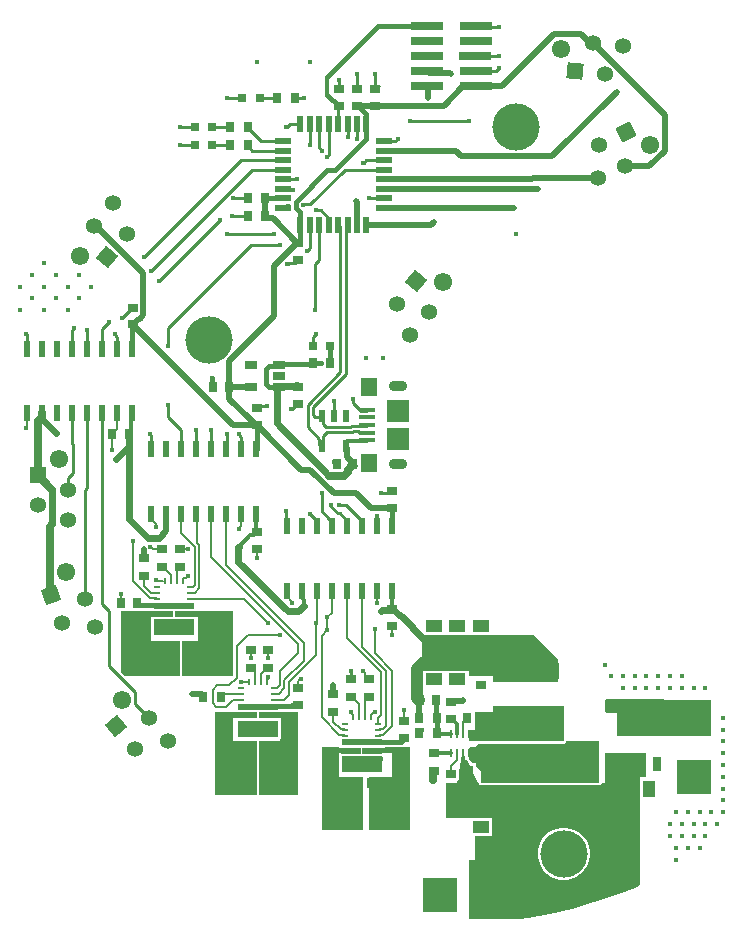
<source format=gbr>
%TF.GenerationSoftware,Altium Limited,Altium Designer,22.9.1 (49)*%
G04 Layer_Physical_Order=1*
G04 Layer_Color=255*
%FSLAX45Y45*%
%MOMM*%
%TF.SameCoordinates,A07B7C20-9008-4073-B72B-9E11D2315A39*%
%TF.FilePolarity,Positive*%
%TF.FileFunction,Copper,L1,Top,Signal*%
%TF.Part,Single*%
G01*
G75*
%TA.AperFunction,SMDPad,CuDef*%
%ADD10R,2.79000X0.74000*%
%ADD11R,0.80000X0.90000*%
%ADD12R,1.35000X0.40000*%
%ADD13R,1.90000X1.90000*%
%ADD14R,1.40000X1.60000*%
%ADD15R,0.70000X0.90000*%
%ADD16R,0.90000X0.70000*%
%ADD17R,0.53340X1.46170*%
%ADD18R,5.00000X1.30000*%
%ADD19R,0.80000X1.30000*%
%ADD20R,0.60000X1.10000*%
%ADD21R,1.00000X0.70000*%
%TA.AperFunction,SMDPad,SMDef*%
%ADD22R,1.67500X0.50000*%
%ADD23R,3.50000X0.50000*%
%ADD24R,3.50000X1.40000*%
%ADD25R,0.60000X0.25000*%
%ADD26R,0.25000X0.60000*%
%TA.AperFunction,SMDPad,CuDef*%
%ADD27R,1.40000X1.10000*%
%ADD28R,1.10000X1.40000*%
%ADD29R,0.90000X0.80000*%
%ADD30R,0.50080X1.35890*%
%ADD31R,1.35890X0.50080*%
%ADD32R,0.22860X0.71120*%
%ADD33R,5.30000X1.40000*%
%ADD34R,3.00000X3.00000*%
%ADD35R,0.80000X0.80000*%
%TA.AperFunction,Conductor*%
%ADD36C,0.30000*%
%ADD37C,0.40000*%
%ADD38C,0.60000*%
%ADD39C,0.26000*%
%ADD40C,0.15000*%
%ADD41C,0.25400*%
%ADD42C,0.50000*%
%ADD43C,0.20000*%
%ADD44C,0.33300*%
%ADD45C,0.70000*%
%ADD46C,1.00000*%
%ADD47C,1.30000*%
%ADD48C,2.00000*%
%TA.AperFunction,ComponentPad*%
G04:AMPARAMS|DCode=49|XSize=0.9mm|YSize=1.6mm|CornerRadius=0.45mm|HoleSize=0mm|Usage=FLASHONLY|Rotation=90.000|XOffset=0mm|YOffset=0mm|HoleType=Round|Shape=RoundedRectangle|*
%AMROUNDEDRECTD49*
21,1,0.90000,0.70000,0,0,90.0*
21,1,0.00000,1.60000,0,0,90.0*
1,1,0.90000,0.35000,0.00000*
1,1,0.90000,0.35000,0.00000*
1,1,0.90000,-0.35000,0.00000*
1,1,0.90000,-0.35000,0.00000*
%
%ADD49ROUNDEDRECTD49*%
%ADD50P,1.92050X4X275.0*%
%ADD51C,1.35800*%
%ADD52C,1.55000*%
%ADD53P,1.92050X4X355.0*%
%ADD54P,1.92050X4X400.0*%
%ADD55P,1.92050X4X335.0*%
%ADD56P,1.92050X4X250.0*%
%ADD57R,1.35800X1.35800*%
%ADD58C,4.00000*%
%TA.AperFunction,ViaPad*%
%ADD59C,0.45000*%
G36*
X11615000Y8647500D02*
X11797500D01*
Y8600000D01*
X11600000D01*
Y8400000D01*
X11800000D01*
Y7950000D01*
X11450000D01*
Y8650000D01*
X11615000D01*
Y8647500D01*
D02*
G37*
G36*
X11600000Y9207202D02*
X11599412Y9204246D01*
X11599412Y9204245D01*
Y8950244D01*
X11599168Y8950000D01*
X11170392D01*
Y9100000D01*
Y9250000D01*
X11170392Y9250000D01*
X11300000D01*
Y9450000D01*
X11295000D01*
Y9455000D01*
X11150000D01*
Y9500000D01*
X11600000D01*
Y9207202D01*
D02*
G37*
G36*
X11050000Y9455000D02*
X10905000D01*
Y9275000D01*
X10905400D01*
Y9250000D01*
X11150000Y9250000D01*
Y9100000D01*
Y8950000D01*
X10688206D01*
X10650000Y8988206D01*
Y9500000D01*
X11050000D01*
Y9455000D01*
D02*
G37*
G36*
X12495000Y8347500D02*
X12677500D01*
Y8300000D01*
X12500000D01*
Y8297500D01*
X12495000D01*
Y8117500D01*
X12500000D01*
Y8100000D01*
X12700000D01*
Y7650000D01*
X12350000D01*
Y8350000D01*
X12495000D01*
Y8347500D01*
D02*
G37*
G36*
X12150000Y7950000D02*
X11820392D01*
Y8400000D01*
X12000000D01*
Y8417500D01*
X12005000D01*
Y8597500D01*
X12000000D01*
Y8600000D01*
X11850000D01*
Y8647500D01*
X12005000D01*
Y8650000D01*
X12150000D01*
Y7950000D01*
D02*
G37*
G36*
X13100000Y7650000D02*
X12750000D01*
Y8100000D01*
X12950000D01*
Y8300000D01*
X12750000D01*
Y8347500D01*
X12885001D01*
Y8350000D01*
X13100000D01*
Y7650000D01*
D02*
G37*
G36*
X14350000Y9100000D02*
Y8900000D01*
X13800000D01*
Y8950000D01*
X13600000D01*
Y9000000D01*
X13200000D01*
Y9300000D01*
X14150000D01*
X14350000Y9100000D01*
D02*
G37*
G36*
X15650000Y8450000D02*
X14850000D01*
Y8650000D01*
X14750000D01*
Y8750000D01*
X15650000D01*
Y8450000D01*
D02*
G37*
G36*
X14400000Y8400000D02*
X13600000D01*
Y8500000D01*
X13650000D01*
Y8650000D01*
X13800000D01*
Y8700000D01*
X14400000D01*
Y8400000D01*
D02*
G37*
G36*
X14700000Y8050000D02*
X13700000D01*
Y8150000D01*
X13660001Y8190000D01*
Y8215000D01*
X13635001D01*
X13600000Y8250000D01*
X13600050Y8250050D01*
X13600005Y8341017D01*
X13608983Y8350000D01*
X13650000Y8350000D01*
X13679608Y8379608D01*
X14400000D01*
X14407803Y8381160D01*
X14414420Y8385581D01*
X14418840Y8392196D01*
X14420392Y8400000D01*
X14700000D01*
Y8050000D01*
D02*
G37*
G36*
X15100000Y8100000D02*
X15050000D01*
Y7900000D01*
Y7181928D01*
X15018459Y7167888D01*
X15000000Y7160719D01*
X14839069Y7098216D01*
X14656523Y7037295D01*
X14471248Y6985269D01*
X14283673Y6942257D01*
X14094237Y6908360D01*
X14029645Y6900000D01*
X13600000D01*
Y7400000D01*
X13650000D01*
Y7600000D01*
X13789999D01*
Y7750000D01*
X13650000D01*
Y7750000D01*
X13400000D01*
Y8050000D01*
X13500000D01*
X13503333Y8070000D01*
X13514999D01*
Y8140002D01*
X13540375Y8292245D01*
X13552933Y8294134D01*
X13568594Y8262809D01*
Y8244440D01*
X13577780D01*
X13675000Y8050000D01*
X13679608D01*
X13681160Y8042196D01*
X13685580Y8035581D01*
X13692197Y8031160D01*
X13700000Y8029608D01*
X14700000D01*
X14707803Y8031160D01*
X14714420Y8035581D01*
X14718840Y8042196D01*
X14720392Y8050000D01*
X14750000D01*
Y8300000D01*
X15100000D01*
Y8100000D01*
D02*
G37*
%LPC*%
G36*
X14421667Y7670000D02*
X14378333D01*
X14335828Y7661546D01*
X14295792Y7644961D01*
X14259758Y7620885D01*
X14229115Y7590242D01*
X14205038Y7554209D01*
X14188454Y7514172D01*
X14180000Y7471668D01*
Y7428332D01*
X14188454Y7385829D01*
X14205038Y7345791D01*
X14229115Y7309758D01*
X14259758Y7279115D01*
X14295792Y7255039D01*
X14335828Y7238455D01*
X14378333Y7230000D01*
X14421667D01*
X14464171Y7238455D01*
X14504208Y7255039D01*
X14540242Y7279115D01*
X14570885Y7309758D01*
X14594962Y7345791D01*
X14611545Y7385829D01*
X14620000Y7428332D01*
Y7471668D01*
X14611545Y7514172D01*
X14594962Y7554209D01*
X14570885Y7590242D01*
X14540242Y7620885D01*
X14504208Y7644961D01*
X14464171Y7661546D01*
X14421667Y7670000D01*
D02*
G37*
%LPD*%
D10*
X13246500Y14073000D02*
D03*
X13653500D02*
D03*
X13246500Y13946001D02*
D03*
X13653500D02*
D03*
X13246500Y14453999D02*
D03*
X13653500D02*
D03*
X13246500Y14327000D02*
D03*
X13653500D02*
D03*
X13246500Y14200000D02*
D03*
X13653200D02*
D03*
D11*
X10790000Y9570000D02*
D03*
X10650000D02*
D03*
X11570000Y11400000D02*
D03*
X11430000D02*
D03*
X13180000Y8750000D02*
D03*
X13320000D02*
D03*
X12620000Y10750000D02*
D03*
X12480000D02*
D03*
X13580000Y8600000D02*
D03*
X13720000D02*
D03*
X13600000Y8150000D02*
D03*
X13739999D02*
D03*
X11870000Y13000000D02*
D03*
X11730000D02*
D03*
X11730000Y12850000D02*
D03*
X11870000D02*
D03*
X10720000Y11000000D02*
D03*
X10580000D02*
D03*
X12630000Y8050000D02*
D03*
X12770000D02*
D03*
X11080000Y9150000D02*
D03*
X11220000D02*
D03*
X11730000Y8350000D02*
D03*
X11870000D02*
D03*
D12*
X12732500Y10950000D02*
D03*
Y11015000D02*
D03*
Y11080000D02*
D03*
Y11145000D02*
D03*
Y11210000D02*
D03*
D13*
X13000000Y10960000D02*
D03*
Y11200000D02*
D03*
D14*
X12755000Y10760000D02*
D03*
Y11400000D02*
D03*
D15*
X12425000Y11600000D02*
D03*
X12275000D02*
D03*
X13325000Y8470000D02*
D03*
X13175000D02*
D03*
X13175000Y8600000D02*
D03*
X13325000D02*
D03*
X12125000Y13850000D02*
D03*
X11975000D02*
D03*
X11725000Y13450000D02*
D03*
X11575000D02*
D03*
X11725000Y13600000D02*
D03*
X11575000D02*
D03*
X11495000Y8780000D02*
D03*
X11345000D02*
D03*
D16*
X13300000Y8300000D02*
D03*
Y8150000D02*
D03*
X13450000Y7975000D02*
D03*
Y8125000D02*
D03*
X12750000Y8775000D02*
D03*
Y8925000D02*
D03*
X11150000Y9875000D02*
D03*
Y10025000D02*
D03*
X11900000Y9025000D02*
D03*
Y9175000D02*
D03*
X12600000Y8775000D02*
D03*
Y8925000D02*
D03*
X11000000Y9875000D02*
D03*
Y10025000D02*
D03*
X11750000Y9025000D02*
D03*
Y9175000D02*
D03*
X12450000Y8650000D02*
D03*
Y8800000D02*
D03*
X10850000Y9800000D02*
D03*
Y9950000D02*
D03*
D17*
X12944501Y9677525D02*
D03*
X12817500D02*
D03*
X12690500D02*
D03*
X12563500D02*
D03*
X12436500D02*
D03*
X12309500D02*
D03*
X12182500D02*
D03*
X12055500D02*
D03*
Y10222475D02*
D03*
X12182500D02*
D03*
X12309500D02*
D03*
X12436500D02*
D03*
X12563500D02*
D03*
X12690500D02*
D03*
X12817500D02*
D03*
X12944501D02*
D03*
X11794500Y10327525D02*
D03*
X11667500D02*
D03*
X11540500D02*
D03*
X11413500D02*
D03*
X11286500D02*
D03*
X11159500D02*
D03*
X11032500D02*
D03*
X10905500D02*
D03*
Y10872475D02*
D03*
X11032500D02*
D03*
X11159500D02*
D03*
X11286500D02*
D03*
X11413500D02*
D03*
X11540500D02*
D03*
X11667500D02*
D03*
X11794500D02*
D03*
X10744500Y11177525D02*
D03*
X10617500D02*
D03*
X10490500D02*
D03*
X10363500D02*
D03*
X10236500D02*
D03*
X10109500D02*
D03*
X9982500D02*
D03*
X9855500D02*
D03*
Y11722475D02*
D03*
X9982500D02*
D03*
X10109500D02*
D03*
X10236500D02*
D03*
X10363500D02*
D03*
X10490500D02*
D03*
X10617500D02*
D03*
X10744500D02*
D03*
D18*
X15000000Y8700000D02*
D03*
D19*
X15190500Y8204700D02*
D03*
X15063499D02*
D03*
X14936501D02*
D03*
X14809500D02*
D03*
D20*
X12553200Y10900000D02*
D03*
X12350000D02*
D03*
Y11154000D02*
D03*
X12553200D02*
D03*
X12451600D02*
D03*
D21*
X11750000Y11590000D02*
D03*
Y11400000D02*
D03*
X11990000Y11590000D02*
D03*
Y11495000D02*
D03*
Y11400000D02*
D03*
D22*
X11718750Y8622500D02*
D03*
X11901250D02*
D03*
X12781250Y8322500D02*
D03*
X12598750D02*
D03*
X11191250Y9480000D02*
D03*
X11008750D02*
D03*
D23*
X11810000Y8692500D02*
D03*
X12690000Y8392500D02*
D03*
X11100000Y9550000D02*
D03*
D24*
X11810000Y8507500D02*
D03*
X12690000Y8207500D02*
D03*
X11100000Y9365000D02*
D03*
D25*
X11670000Y8850000D02*
D03*
Y8800000D02*
D03*
Y8750000D02*
D03*
X11950000Y8800000D02*
D03*
Y8750000D02*
D03*
Y8850000D02*
D03*
X12830000Y8550000D02*
D03*
Y8500000D02*
D03*
Y8450000D02*
D03*
X12550000D02*
D03*
Y8500000D02*
D03*
Y8550000D02*
D03*
X11240000Y9707500D02*
D03*
Y9657500D02*
D03*
Y9607500D02*
D03*
X10960000D02*
D03*
Y9657500D02*
D03*
Y9707500D02*
D03*
D26*
X11735000Y8902500D02*
D03*
X11835000D02*
D03*
X11785000D02*
D03*
X11885000D02*
D03*
X12615000Y8602500D02*
D03*
X12665000D02*
D03*
X12715000D02*
D03*
X12765000D02*
D03*
X11025000Y9760000D02*
D03*
X11075000D02*
D03*
X11125000D02*
D03*
X11175000D02*
D03*
D27*
X13700000Y7675000D02*
D03*
Y7825000D02*
D03*
X13899998Y8125000D02*
D03*
Y7975000D02*
D03*
X14099998Y8125000D02*
D03*
Y7975000D02*
D03*
X14299998Y8125000D02*
D03*
Y7975000D02*
D03*
X14499998Y8125000D02*
D03*
Y7975000D02*
D03*
X13300000Y9375000D02*
D03*
Y9225000D02*
D03*
X13500000Y9375000D02*
D03*
Y9225000D02*
D03*
X13700000Y9375000D02*
D03*
Y9225000D02*
D03*
X13500000Y9075000D02*
D03*
Y8925000D02*
D03*
X13300000D02*
D03*
Y9075000D02*
D03*
D28*
X15125000Y8000000D02*
D03*
X14975000D02*
D03*
D29*
X13450000Y8730000D02*
D03*
Y8590000D02*
D03*
X12150000Y11400000D02*
D03*
Y11260000D02*
D03*
X13700000Y9020000D02*
D03*
Y8880000D02*
D03*
X12800000Y13780000D02*
D03*
Y13920000D02*
D03*
X12500000Y13920000D02*
D03*
Y13780000D02*
D03*
X12150000Y12480000D02*
D03*
Y12620000D02*
D03*
X12650000Y13920000D02*
D03*
Y13780000D02*
D03*
X12950000Y9520000D02*
D03*
Y9380000D02*
D03*
Y10520000D02*
D03*
Y10380000D02*
D03*
X11800000Y10170000D02*
D03*
Y10030000D02*
D03*
Y11220000D02*
D03*
Y11080000D02*
D03*
X10750000Y12070000D02*
D03*
Y11930000D02*
D03*
X13050000Y8570000D02*
D03*
Y8430000D02*
D03*
X12150000Y8850000D02*
D03*
Y8710000D02*
D03*
D30*
X12730000Y13627354D02*
D03*
X12650000D02*
D03*
X12570000D02*
D03*
X12490000D02*
D03*
X12410000D02*
D03*
X12330000D02*
D03*
X12250000D02*
D03*
X12170000D02*
D03*
Y12772645D02*
D03*
X12250000D02*
D03*
X12330000D02*
D03*
X12410000D02*
D03*
X12490000D02*
D03*
X12570000D02*
D03*
X12650000D02*
D03*
X12730000D02*
D03*
D31*
X12022645Y13480000D02*
D03*
Y13400000D02*
D03*
Y13320000D02*
D03*
Y13239999D02*
D03*
Y13160001D02*
D03*
Y13080000D02*
D03*
Y13000000D02*
D03*
Y12920000D02*
D03*
X12877354D02*
D03*
Y13000000D02*
D03*
Y13080000D02*
D03*
Y13160001D02*
D03*
Y13239999D02*
D03*
Y13320000D02*
D03*
Y13400000D02*
D03*
Y13480000D02*
D03*
D32*
X13449986Y8300000D02*
D03*
X13500000D02*
D03*
X13550014D02*
D03*
X13600024D02*
D03*
Y8460020D02*
D03*
X13550014D02*
D03*
X13500000D02*
D03*
X13449986D02*
D03*
D33*
X14100000Y8606300D02*
D03*
Y9000000D02*
D03*
D34*
X13800000Y7100000D02*
D03*
X13350000D02*
D03*
X15500000Y8100000D02*
D03*
Y8600000D02*
D03*
X12500000Y7800000D02*
D03*
X10837300Y9100000D02*
D03*
X11600000Y8100000D02*
D03*
X12900000Y7800000D02*
D03*
X11450000Y9100000D02*
D03*
X12000000Y8100000D02*
D03*
D35*
X12425000Y11750000D02*
D03*
X12275000D02*
D03*
X11825000Y13850000D02*
D03*
X11675000D02*
D03*
X11425000Y13450000D02*
D03*
X11275000D02*
D03*
X11425000Y13600000D02*
D03*
X11275000D02*
D03*
D36*
X12565000Y10940000D02*
X12732500D01*
X12550000Y10900000D02*
Y10925000D01*
Y10900000D02*
X12565000Y10885000D01*
X12620000Y10750000D02*
X12641896Y10728104D01*
X13300000Y8300000D02*
X13449986D01*
X13320000Y8750000D02*
X13322501Y8747500D01*
Y8602500D02*
X13325000Y8600000D01*
Y8470001D02*
X13325000Y8470000D01*
X13334979Y8460020D01*
X13449986D01*
X11775000Y10145000D02*
X11800000Y10170000D01*
X11650000Y10050000D02*
X11650000D01*
X11745000Y10145000D01*
X11775000D01*
X11794500Y10872475D02*
X11800000Y10877975D01*
X12750000Y8400000D02*
X12845000D01*
X12850000Y8395000D01*
X11900000Y8700000D02*
X11902870Y8697130D01*
X13045000Y8425000D02*
X13050000Y8420000D01*
X13455000Y8590000D02*
X13500000Y8545000D01*
X13450000Y8590000D02*
X13455000D01*
X13500000Y8460020D02*
Y8545000D01*
X12732500Y10940000D02*
X12737500Y10945000D01*
X12400000Y13875000D02*
Y14028065D01*
X12620000Y10750000D02*
Y10755000D01*
X12550000Y10925000D02*
X12565000Y10940000D01*
X11191250Y9480000D02*
X11201250Y9470000D01*
X11200000Y9475400D02*
X11204600Y9480000D01*
X10720000Y11000000D02*
X10732830Y11012830D01*
Y11165855D02*
X10744500Y11177525D01*
X10732830Y11012830D02*
Y11165855D01*
X11794500Y10175500D02*
Y10327525D01*
X12944501Y9525500D02*
Y9677525D01*
D37*
X11970000Y11595000D02*
X12260000D01*
X11990000Y11400000D02*
X12012325D01*
X11970000D02*
X11990000D01*
X11903431D02*
X11970000D01*
X12275000Y11600000D02*
X12347500D01*
X12265000Y11600001D02*
Y11610000D01*
X12275000Y11600000D01*
X12260000Y11595000D02*
X12265000Y11600001D01*
X10800000Y9565000D02*
Y9570000D01*
Y9565000D02*
X10810000Y9555000D01*
X10800000Y9560000D02*
X10800000Y9560000D01*
X10810000Y9555000D02*
X10995000D01*
X10790000Y9560000D02*
X10800000D01*
X10995000Y9555000D02*
X11000000Y9550000D01*
X12132300Y12918912D02*
Y12970688D01*
Y12918912D02*
X12170000Y12881210D01*
X12396661Y13235049D02*
X12465639D01*
X12170000Y12772645D02*
Y12881210D01*
X12465639Y13235049D02*
X12730000Y13499409D01*
X12132300Y12970688D02*
X12396661Y13235049D01*
X11880000Y11423432D02*
Y11551569D01*
Y11423432D02*
X11903431Y11400000D01*
X13322501Y8602500D02*
Y8747500D01*
X13325000Y8470001D02*
Y8590000D01*
X12725761Y13631593D02*
Y13709239D01*
Y13631593D02*
X12730000Y13627354D01*
X12655000Y13780000D02*
X12725761Y13709239D01*
X11880000Y11551569D02*
X11908431Y11580000D01*
X11800000Y10877975D02*
Y11080000D01*
X11421799Y11421507D02*
X11427300D01*
X11418306Y11425000D02*
X11421799Y11421507D01*
X11418306Y11425000D02*
Y11480341D01*
X13025000Y8395000D02*
X13050000Y8420000D01*
X12850000Y8395000D02*
X13025000D01*
X11902870Y8697130D02*
X12097130D01*
X12730000Y13499409D02*
Y13627354D01*
X12400000Y13875000D02*
X12495000Y13780000D01*
X10747250Y11750000D02*
Y11927250D01*
X12944501Y10222475D02*
Y10380000D01*
X12400000Y14028065D02*
X12825935Y14453999D01*
X9982500Y11131110D02*
Y11147770D01*
X12425000Y11600000D02*
Y11750000D01*
X10100000Y11000000D02*
Y11013610D01*
X11870000Y13000000D02*
X12022645D01*
X12022645Y13000000D01*
X12150000Y12620000D02*
X12164960Y12634960D01*
Y12767605D01*
X12170000Y12772645D01*
X11955000Y11580000D02*
X11970000Y11595000D01*
X11908431Y11580000D02*
X11955000D01*
X12825935Y14453999D02*
X13246500D01*
D38*
X11970000Y11405000D02*
X12042990D01*
X11970000Y11400000D02*
Y11405000D01*
Y11097218D02*
Y11400000D01*
X10972500Y10122500D02*
X11000000Y10150000D01*
X10720000Y10280000D02*
X10877500Y10122500D01*
X10720000Y10280000D02*
Y10903835D01*
X10877500Y10122500D02*
X10972500D01*
X11644445Y9918115D02*
Y10044444D01*
X11650000Y10050000D01*
X11644445Y9918115D02*
X12062559Y9500000D01*
X12150000D02*
X12200000Y9550000D01*
X12062559Y9500000D02*
X12150000D01*
X12939999Y9510000D02*
X12950000Y9520000D01*
X12859999Y9510000D02*
X12939999D01*
X12850000Y9500000D02*
X12859999Y9510000D01*
X13229289Y9250000D02*
X13275000D01*
X13300000Y9225000D01*
X13112500Y9366789D02*
X13229289Y9250000D01*
X13112500Y9366789D02*
Y9373211D01*
X13005000Y9470000D02*
X13015710D01*
X12955000Y9520000D02*
X13005000Y9470000D01*
X13015710D02*
X13112500Y9373211D01*
X10608082Y10791917D02*
X10720000Y10903835D01*
Y11000000D01*
X12042990Y11405000D02*
X12145000D01*
X12042990Y11405000D02*
X12042990Y11405000D01*
X10071700Y10236699D02*
Y10532300D01*
X11970000Y11097218D02*
X12417218Y10650000D01*
X9982500Y11131110D02*
X10100000Y11013610D01*
D39*
X12233400Y11252454D02*
X12507000Y11526054D01*
X12279400Y11233401D02*
X12553000Y11507001D01*
X12233400Y11059177D02*
Y11252454D01*
X12553000Y11507001D02*
Y12341522D01*
X12279400Y11165231D02*
Y11233401D01*
X12294631Y11150000D02*
X12348400D01*
X12233400Y11059177D02*
X12331400Y10961177D01*
X12279400Y11165231D02*
X12294631Y11150000D01*
X12557960Y12707429D02*
Y12760605D01*
X12507000Y11526054D02*
Y12322469D01*
X12331400Y10913000D02*
Y10961177D01*
Y10913000D02*
X12348400Y10896000D01*
X12507000Y12322469D02*
X12507000Y12322469D01*
X12553000Y12341523D02*
Y12702469D01*
Y12341523D02*
X12553000Y12341522D01*
X12507000Y12322469D02*
Y12702469D01*
X12348400Y10896000D02*
X12365400Y10913000D01*
X12557960Y12760605D02*
X12570000Y12772645D01*
X12553000Y12702469D02*
X12557960Y12707429D01*
X12348400Y11150000D02*
X12365400Y11133000D01*
Y11084600D02*
Y11133000D01*
X12502040Y12707429D02*
X12507000Y12702469D01*
X12502040Y12707429D02*
Y12760605D01*
X12490000Y12772645D02*
X12502040Y12760605D01*
X12725500Y11022000D02*
X12732500Y11015000D01*
X12620422Y11024500D02*
X12662769D01*
X12615922Y11020000D02*
X12620422Y11024500D01*
X12365400Y10985400D02*
X12400000Y11020000D01*
X12615922D01*
X12365400Y10913000D02*
Y10985400D01*
X12665269Y11022000D02*
X12725500D01*
Y11073000D02*
X12732500Y11080000D01*
X12665269Y11073000D02*
X12725500D01*
X12601369Y11070500D02*
X12662769D01*
Y11024500D02*
X12665269Y11022000D01*
X12596869Y11066000D02*
X12601369Y11070500D01*
X12365400Y11084600D02*
X12384000Y11066000D01*
X12662769Y11070500D02*
X12665269Y11073000D01*
X12384000Y11066000D02*
X12596869D01*
D40*
X12570000Y12729740D02*
Y12772645D01*
D41*
X12300000Y11850000D02*
X12305200D01*
X12275000Y11825000D02*
X12300000Y11850000D01*
X12294800Y12050000D02*
Y12444800D01*
X12330000Y12480000D01*
X12275000Y11750000D02*
Y11825000D01*
X12750000Y10750000D02*
X12755000D01*
X12750000Y10750000D02*
X12750000Y10750000D01*
X12750000Y11395200D02*
Y11400000D01*
Y11395200D02*
X12755100Y11390100D01*
X10490500Y9559500D02*
X10550000Y9500000D01*
Y9041056D02*
Y9500000D01*
X10490500Y9559500D02*
Y11177525D01*
X12570000Y13520000D02*
Y13627354D01*
X12453400Y11283356D02*
X12455200Y11285156D01*
Y10763410D02*
X12466590D01*
X12453400Y11155800D02*
Y11283356D01*
X12451600Y11154000D02*
X12453400Y11155800D01*
X12466590Y10763410D02*
X12480000Y10750000D01*
X12433550Y10383185D02*
Y10396250D01*
X12486738Y10329998D02*
X12502392D01*
X12429800Y10400000D02*
X12433550Y10396250D01*
X12496010Y10398790D02*
X12560600D01*
X12494800Y10400000D02*
X12496010Y10398790D01*
X12433550Y10383185D02*
X12486738Y10329998D01*
X12502392D02*
X12563500Y10268890D01*
X12560600Y10398790D02*
X12690500Y10268890D01*
X12563500Y10222475D02*
Y10268890D01*
X12619350Y11265649D02*
Y11296250D01*
Y11265649D02*
X12685000Y11200000D01*
X12615600Y11300000D02*
X12619350Y11296250D01*
X12685000Y11200000D02*
X12732500D01*
X12330000Y12480000D02*
Y12772645D01*
X12225104Y12550000D02*
Y12555304D01*
X12198550Y12948550D02*
X12253669D01*
X12250000Y12580200D02*
Y12772645D01*
X12194800Y12944800D02*
X12198550Y12948550D01*
X12253669D02*
X12545119Y13239999D01*
X12225104Y12555304D02*
X12250000Y12580200D01*
X12308950Y12896249D02*
X12345625D01*
X12305200Y12900000D02*
X12308950Y12896249D01*
X12144800Y11259799D02*
Y11274799D01*
X12094800Y11213239D02*
X12098239D01*
X12144800Y11259799D01*
X12058409Y12441590D02*
X12063713D01*
X12074823Y12452700D01*
X12122700D02*
X12150000Y12480000D01*
X12074823Y12452700D02*
X12122700D01*
X10550000Y9041056D02*
X10768621Y8822435D01*
Y8712686D02*
Y8822435D01*
Y8712686D02*
X10886732Y8594575D01*
X10905984Y12384049D02*
X11761935Y13239999D01*
X12545119D02*
X12877354D01*
X11427300Y11421507D02*
X11430000Y11418807D01*
Y11400000D02*
Y11418807D01*
X12602500Y8927500D02*
Y9000000D01*
X12600000Y8925000D02*
X12602500Y8927500D01*
X12705304Y13300000D02*
X12725304Y13320000D01*
X12700000Y13300000D02*
X12705304D01*
X12725304Y13320000D02*
X12877354D01*
X12648050Y13505849D02*
Y13625404D01*
X12646101Y13503899D02*
X12648050Y13505849D01*
Y13625404D02*
X12650000Y13627354D01*
X13100000Y13650000D02*
X13600000D01*
X12976067Y13480000D02*
X12996066Y13500000D01*
X13000000D01*
X12877354Y13480000D02*
X12976067D01*
X12750000Y13000000D02*
X12877354D01*
X11800000Y11220000D02*
X11819600Y11239599D01*
X11889599D01*
X11546250Y10885725D02*
X11550000Y10881975D01*
X11650000Y10994696D02*
Y11000000D01*
X11667500Y10872475D02*
Y10977196D01*
X11546250Y10885725D02*
Y10996250D01*
X11550000Y11000000D01*
X11650000Y10994696D02*
X11667500Y10977196D01*
X12253750Y10324640D02*
X12309500Y10268890D01*
Y10222475D02*
Y10268890D01*
X12850000Y10500000D02*
X12930000D01*
X12950000Y10520000D01*
X12817500Y10222475D02*
Y10312500D01*
X11150000Y13450000D02*
X11275000D01*
X11050000Y11150000D02*
Y11250000D01*
Y11150000D02*
X11159500Y11040500D01*
Y10872475D02*
Y11040500D01*
X11050000Y11900000D02*
X11750000Y12600000D01*
X11050000Y11750000D02*
Y11900000D01*
X11750000Y12600000D02*
X12000000D01*
X12022645Y13080000D02*
X12034087Y13068558D01*
X12101832D01*
X12105582Y13064809D01*
X12022645Y13160001D02*
X12140000D01*
X12500000Y13920000D02*
Y14000000D01*
Y13920000D02*
X12500000Y13920000D01*
X10345246Y10530603D02*
X10363500Y10548857D01*
X10345246Y9606214D02*
Y10530603D01*
X12690500Y10222475D02*
Y10268890D01*
X12422530Y10282860D02*
X12436500Y10268890D01*
X12417140Y10282860D02*
X12422530D01*
X12350000Y10350000D02*
X12417140Y10282860D01*
X12436500Y10222475D02*
Y10268890D01*
X12350000Y10350000D02*
Y10500000D01*
X12800000Y13920000D02*
Y14050000D01*
X12800000Y13920000D02*
X12805000D01*
X12832300Y13947301D01*
X12650000Y13920000D02*
Y14050000D01*
Y13920000D02*
X12650000Y13920000D01*
X12655000D01*
X12800000Y13920000D02*
X12800000Y13920000D01*
X11761935Y13239999D02*
X12022645D01*
X11765000Y13400000D02*
X12022645D01*
X11835000Y13480000D02*
X12022645D01*
X12050000Y13600000D02*
X12055304D01*
X12082659Y13627354D01*
X11825000Y13850000D02*
X11975000D01*
X11730000Y13000000D02*
X11730000Y13000000D01*
X11595096Y12849490D02*
X11729490D01*
X11730000Y12850000D01*
X11730000Y12995000D02*
Y13000000D01*
X11600000Y13000000D02*
X11730000D01*
X11725000Y13439999D02*
Y13450000D01*
Y13589999D02*
Y13600000D01*
Y13439999D02*
X11765000Y13400000D01*
X11725000Y13589999D02*
X11835000Y13480000D01*
X11550000Y13850000D02*
X11675000D01*
X11670000Y13320000D02*
X12022645D01*
X12125000Y13850000D02*
X12200000D01*
X12490000Y13627354D02*
Y13770000D01*
X12500000Y13780000D01*
X12495000D02*
X12500000D01*
X12345625Y12896249D02*
X12397660Y12844215D01*
Y12784985D02*
Y12844215D01*
X12250000Y13450000D02*
X12250000Y13450000D01*
X12330000Y13425304D02*
Y13627354D01*
X12400000Y13350000D02*
Y13355304D01*
X12410000Y13365305D01*
X12350000Y13400000D02*
Y13405304D01*
X12330000Y13425304D02*
X12350000Y13405304D01*
X12410000Y13365305D02*
Y13627354D01*
X12082659D02*
X12170000D01*
X11975000Y13850000D02*
X11975000Y13850000D01*
X12250000Y13450000D02*
Y13627354D01*
X12125000Y13850000D02*
X12125000Y13850000D01*
X12397660Y12784985D02*
X12410000Y12772645D01*
X13653500Y14073000D02*
X13823000D01*
X13850000Y14100000D01*
X13653200Y14200000D02*
X13850000D01*
X13653500Y14453999D02*
X13655499Y14452000D01*
X13848000D01*
X13850000Y14450000D01*
X11150000Y13600000D02*
X11275000D01*
X11550000Y12700000D02*
X11950000D01*
X10664032Y11989032D02*
X10745000Y12070000D01*
X10664032Y11985968D02*
Y11989032D01*
X10976615Y12300000D02*
X11488308Y12811691D01*
X11425000Y13450000D02*
X11425000Y13450000D01*
X11575000D01*
X11425000Y13600000D02*
X11425000Y13600000D01*
X11575000D01*
X10490500Y11722475D02*
Y11890500D01*
X10850000Y12500000D02*
X11670000Y13320000D01*
X10490500Y11890500D02*
X10550000Y11950000D01*
X10236500Y11722475D02*
Y11886500D01*
X10250000Y11900000D01*
X10363500Y11722475D02*
Y11886500D01*
X10617500Y11676060D02*
Y11827196D01*
X10600000Y11844696D02*
Y11850000D01*
Y11844696D02*
X10617500Y11827196D01*
X9850000Y11850000D02*
X9852750Y11847250D01*
X9855500Y11676060D02*
Y11722475D01*
X9852750Y11752750D02*
X9855500Y11750000D01*
X9852750Y11752750D02*
Y11847250D01*
X10745000Y12070000D02*
X10750000D01*
X10900000Y11000000D02*
X10902750Y10997250D01*
Y10875225D02*
X10905500Y10872475D01*
X10902750Y10875225D02*
Y10997250D01*
X11286500Y10872475D02*
Y11036500D01*
X11413500Y10872475D02*
Y11036500D01*
X11540500Y10872475D02*
X11550000Y10881975D01*
X12052750Y10178810D02*
Y10347250D01*
X12050000Y10350000D02*
X12052750Y10347250D01*
X10905500Y10826060D02*
Y10872475D01*
X10363500Y10548857D02*
Y11177525D01*
X10200000Y10629874D02*
X10241601Y10671475D01*
X10236500Y10919983D02*
Y11177525D01*
Y10919983D02*
X10241601Y10914882D01*
Y10671475D02*
Y10914882D01*
X10200000Y10600000D02*
Y10629874D01*
D42*
X11250000Y8800000D02*
X11335000D01*
X13385001Y13780000D02*
X13550999Y13946001D01*
X12800000Y13780000D02*
X13385001D01*
X12800000Y13780000D02*
X12800000Y13780000D01*
X12650000Y12772645D02*
Y12966200D01*
X12642300Y12973900D02*
X12650000Y12966200D01*
X11950000Y12428640D02*
X12126360Y12605000D01*
X11950000Y12003518D02*
Y12428640D01*
X11570000Y11623518D02*
X11950000Y12003518D01*
X12450000Y8800000D02*
Y8875000D01*
X12815829Y9675855D02*
X12817500Y9677525D01*
X11000000Y10150000D02*
X11032500Y10182500D01*
Y10327525D01*
X12655000Y13780000D02*
X12800000D01*
X15255656Y13402635D02*
Y13704066D01*
X15126492Y13273471D02*
X15255656Y13402635D01*
X14922446Y13273471D02*
X15126492D01*
X14645621Y14314102D02*
X15255656Y13704066D01*
X14622403Y14314102D02*
X14645621D01*
X13875887Y13946001D02*
X14316042Y14386156D01*
X14550351D02*
X14622403Y14314102D01*
X13653500Y13946001D02*
X13875887D01*
X14316042Y14386156D02*
X14550351D01*
X13550999Y13946001D02*
X13653500D01*
X10443844Y12765980D02*
X10840000Y12369824D01*
Y12011360D02*
Y12369824D01*
X10423790Y12765980D02*
X10443844D01*
X10808996Y11980355D02*
X10840000Y12011360D01*
X10805356Y11980355D02*
X10808996D01*
X10755000Y11930000D02*
X10805356Y11980355D01*
X10750000Y11930000D02*
X10755000D01*
X11570000Y11400000D02*
Y11623518D01*
Y11400000D02*
X11572500Y11402500D01*
X11727500D01*
X11730000Y11405000D01*
X11601360Y11080000D02*
X11795000D01*
X11570000Y11301360D02*
X11741005Y11130355D01*
X11570000Y11301360D02*
Y11400000D01*
X11795000Y11080000D02*
X11800000D01*
X11744645Y11130355D02*
X11795000Y11080000D01*
X11741005Y11130355D02*
X11744645D01*
X10770001Y11911359D02*
X11601360Y11080000D01*
X10850000Y9950000D02*
Y10025000D01*
X10850000Y9950000D02*
X10850000Y9950000D01*
X12450000Y8800000D02*
X12450000Y8800000D01*
X12137130Y8697130D02*
X12150000Y8710000D01*
X12097130Y8697130D02*
X12137130D01*
X13545000Y8745000D02*
X13550000Y8750000D01*
X13450000Y8730000D02*
X13464999Y8745000D01*
X13545000D01*
X13177499Y8602500D02*
Y8747500D01*
X13175000Y8600000D02*
X13177499Y8602500D01*
X13272646Y12772645D02*
X13300000Y12800000D01*
X12730000Y12772645D02*
X13272646D01*
X12877354Y13400000D02*
X13488391D01*
X13533391Y13355000D01*
X12645459Y10500000D02*
X12765460Y10380000D01*
X12944501D01*
X12565000Y10810000D02*
X12620000Y10755000D01*
X12565000Y10810000D02*
Y10885000D01*
X11008750Y9480000D02*
Y9480000D01*
X11901250Y8622500D02*
Y8622500D01*
X11718750Y8622500D02*
Y8622500D01*
X12454080Y10500000D02*
X12645459D01*
X12254080Y10700000D02*
X12454080Y10500000D01*
X12180000Y10700000D02*
X12254080D01*
X11820000Y11060000D02*
X12180000Y10700000D01*
X13600000Y8145000D02*
Y8150000D01*
X11935000Y12830000D02*
X12145000Y12620000D01*
X11870000Y12845000D02*
Y12850000D01*
X11870000Y12850000D02*
Y13000000D01*
X11870000Y12845000D02*
X11885000Y12830000D01*
X11935000D01*
X12145000Y12620000D02*
X12150000D01*
X13246500Y14073000D02*
X13258501Y14061000D01*
X13439000D01*
X13450000Y14050000D01*
X13250000Y13850000D02*
Y13942500D01*
X13246500Y13946001D02*
X13250000Y13942500D01*
X12877354Y12920000D02*
X13980000D01*
X12877354Y13160001D02*
X14133160D01*
X13533391Y13355000D02*
X14305000D01*
X14133160Y13160001D02*
X14139287Y13166125D01*
X14692244D01*
X14305000Y13355000D02*
X14850000Y13900000D01*
X12877354Y13080000D02*
X14180000D01*
X14733583Y14033583D02*
X14750000Y14050000D01*
D43*
X11500000Y8800000D02*
X11670000D01*
X11430000Y8722574D02*
X11460000Y8692574D01*
X11467574Y8875000D02*
X11567426D01*
X11460000Y8692574D02*
X11540000D01*
X11430000Y8837427D02*
X11467574Y8875000D01*
X11430000Y8722574D02*
Y8837427D01*
X11540000Y8692574D02*
X11597426Y8750000D01*
X11670000D01*
X10650000Y9600000D02*
Y9650000D01*
X11567426Y8875000D02*
X11630000Y8937574D01*
X12033054Y12930409D02*
X12069800D01*
X12350000Y8602574D02*
Y9295000D01*
Y8602574D02*
X12500074Y8452500D01*
X12350000Y9295000D02*
X12400000Y9345000D01*
X10905500Y10281110D02*
Y10327525D01*
X10945217Y10219783D02*
Y10241393D01*
X10905500Y10281110D02*
X10945217Y10241393D01*
Y10219783D02*
X10950000Y10215000D01*
X12055500Y9631110D02*
Y9677525D01*
Y9631110D02*
X12095217Y9591393D01*
Y9577283D02*
X12100000Y9572500D01*
X12095217Y9577283D02*
Y9591393D01*
X11800000Y9950000D02*
Y10030000D01*
X11800000Y10030000D01*
X11540500Y9890314D02*
Y10327525D01*
X11413500Y9960746D02*
X12150000Y9224246D01*
X12200000Y9083995D02*
Y9230814D01*
X12150000Y9152573D02*
Y9224246D01*
X11540500Y9890314D02*
X12200000Y9230814D01*
X11413500Y9960746D02*
Y10327525D01*
X12817500Y9574265D02*
Y9677525D01*
X10577115Y10997115D02*
X10580000Y11000000D01*
X10577115Y10863481D02*
Y10997115D01*
X12500074Y8452500D02*
X12547500D01*
X12550000Y8450000D01*
X12450000Y8565074D02*
Y8650000D01*
X12547500Y8502500D02*
X12550000Y8500000D01*
X12512574Y8502500D02*
X12547500D01*
X12450000Y8565074D02*
X12512574Y8502500D01*
X12715000Y8750000D02*
X12740000Y8775000D01*
X12715000Y8602500D02*
Y8750000D01*
X12740000Y8775000D02*
X12750000D01*
X12610000D02*
X12665000Y8720000D01*
X12600000Y8775000D02*
X12610000D01*
X12665000Y8602500D02*
Y8720000D01*
X12800000Y9150000D02*
X12950000Y9000000D01*
Y8528506D02*
Y9000000D01*
X12873994Y8452500D02*
X12950000Y8528506D01*
X12832500Y8452500D02*
X12873994D01*
X12830000Y8450000D02*
X12832500Y8452500D01*
X12690500Y9202932D02*
X12896716Y8996716D01*
X12867426Y8502500D02*
X12896716Y8531790D01*
X12830000Y8500000D02*
X12832500Y8502500D01*
X12867426D01*
X12896716Y8531790D02*
Y8996716D01*
X12830000Y8600873D02*
X12852499Y8623373D01*
X12563500Y9273364D02*
X12852499Y8984364D01*
X12830000Y8550000D02*
Y8600873D01*
X12852499Y8623373D02*
Y8984364D01*
X12795000Y8650000D02*
X12800000D01*
X12765000Y8602500D02*
Y8620000D01*
X12795000Y8650000D01*
X12615000Y8602500D02*
Y8620000D01*
X12604783Y8630216D02*
X12615000Y8620000D01*
X12604783Y8630216D02*
Y8645217D01*
X12600000Y8650000D02*
X12604783Y8645217D01*
X12600000Y8650000D02*
X12602500D01*
X12750000Y8775000D02*
X12775000Y8750000D01*
X11750000Y9102500D02*
Y9175000D01*
X11900000Y9102500D02*
Y9175000D01*
X11240000Y9607500D02*
X11692500D01*
X11900000Y9400000D01*
X11725754Y9300000D02*
X12000000D01*
X11630000Y9204246D02*
X11725754Y9300000D01*
X11995000Y8997573D02*
X12150000Y9152573D01*
X11995000Y8877500D02*
Y8997573D01*
X11970000Y8852500D02*
X11995000Y8877500D01*
X11952500Y8852500D02*
X11970000D01*
X11950000Y8850000D02*
X11952500Y8852500D01*
X11987426Y8802500D02*
X12035000Y8850074D01*
X12075000Y8794142D02*
Y8902426D01*
X12035000Y8918995D02*
X12200000Y9083995D01*
X12030858Y8750000D02*
X12075000Y8794142D01*
X12035000Y8850074D02*
Y8918995D01*
X12075000Y8902426D02*
X12300000Y9127426D01*
X12175764Y8931590D02*
X12178410D01*
X12152500Y8908326D02*
X12175764Y8931590D01*
X12152500Y8852500D02*
Y8908326D01*
X12300000Y9127426D02*
Y9400000D01*
X12563500Y9273364D02*
Y9677525D01*
X12690500Y9202932D02*
Y9677525D01*
X12800000Y9150000D02*
Y9350000D01*
X12300000Y9400000D02*
Y9405824D01*
X12400000Y9347500D02*
Y9452500D01*
X12300000Y9405824D02*
X12309500Y9415324D01*
Y9677525D01*
X13050000Y8590000D02*
Y8670000D01*
X12400000Y9451246D02*
X12436500Y9487746D01*
Y9677525D01*
X11671172Y8905000D02*
X11732500D01*
X11630000Y8937574D02*
Y9204246D01*
X11750000Y9025000D02*
X11757500D01*
X11745000D02*
X11750000D01*
X11757500D02*
X11782500Y9000000D01*
Y8905000D02*
Y9000000D01*
X11277426Y9660000D02*
X11315000Y9697574D01*
X11286500Y10327525D02*
X11297500Y10316525D01*
Y10083315D02*
X11315000Y10065814D01*
Y9697574D02*
Y10065814D01*
X11297500Y10083315D02*
Y10316525D01*
X11152500Y10027500D02*
X11222500D01*
X11150000Y10025000D02*
X11152500Y10027500D01*
X11275000Y9725001D02*
Y10049246D01*
X11257500Y9707500D02*
X11275000Y9725001D01*
X11159500Y10164746D02*
X11275000Y10049246D01*
X11240000Y9707500D02*
X11257500D01*
X10925000Y10025000D02*
X11000000D01*
X10900000Y10050000D02*
X10925000Y10025000D01*
X11159500Y10164746D02*
Y10327525D01*
X10750000Y9760931D02*
Y10100000D01*
Y9760931D02*
X10900931Y9610000D01*
X10957500D01*
X10960000Y9607500D01*
X10850000Y9717499D02*
X10910000Y9657500D01*
X10850000Y9717499D02*
Y9800000D01*
X12460000Y8650000D02*
X12485000Y8625000D01*
X12450000Y8650000D02*
X12460000D01*
X12150000Y8850000D02*
X12152500Y8852500D01*
X11885000Y8902500D02*
Y8920000D01*
X11895217Y8930217D01*
Y8942716D02*
X11900000Y8947500D01*
X11895217Y8930217D02*
Y8942716D01*
X11950000Y8750000D02*
X12030858D01*
X13450000Y8190000D02*
X13498570Y8238570D01*
X13450000Y8125000D02*
Y8190000D01*
X13498570Y8238570D02*
Y8298570D01*
X13500000Y8300000D01*
X13545000Y8750000D02*
X13550000D01*
X13450000Y8580000D02*
X13455000D01*
X10910000Y9657500D02*
X10960000D01*
X11175000Y9760000D02*
Y9777500D01*
X11177500Y9780000D02*
X11198284D01*
X11218284Y9800000D02*
X11222500D01*
X11198284Y9780000D02*
X11218284Y9800000D01*
X11175000Y9777500D02*
X11177500Y9780000D01*
X10950000Y9762500D02*
X10954161Y9758339D01*
X11008339D01*
X11023339D02*
X11025000Y9760000D01*
X12022645Y12920000D02*
X12033054Y12930409D01*
X11732500Y8905000D02*
X11735000Y8902500D01*
X10900000Y10050000D02*
X10900000D01*
X11010000Y9875000D02*
X11072500Y9812500D01*
X11000000Y9875000D02*
X11010000D01*
X11072500Y9762500D02*
X11075000Y9760000D01*
X11072500Y9762500D02*
Y9812500D01*
X11125000Y9850000D02*
X11150000Y9875000D01*
X11125000Y9760000D02*
Y9850000D01*
X12740000Y8925000D02*
X12750000D01*
X12715000Y8950000D02*
X12740000Y8925000D01*
X12715000Y8950000D02*
Y8978235D01*
X12700000Y8993235D02*
X12715000Y8978235D01*
X12700000Y8993235D02*
Y9000000D01*
X11835000Y8970000D02*
X11890000Y9025000D01*
X11835000Y8902500D02*
Y8970000D01*
X11890000Y9025000D02*
X11900000D01*
X11782500Y8905000D02*
X11785000Y8902500D01*
X11150000Y9875000D02*
X11150000D01*
X11800000Y8497500D02*
X11810000Y8507500D01*
X11000000Y10025000D02*
X11000000Y10025000D01*
X13550014Y8460020D02*
Y8570013D01*
X13580000Y8600000D01*
X13449986Y8460020D02*
Y8484150D01*
X13300000Y8300000D02*
X13313474Y8313474D01*
X11667500Y10327525D02*
Y10373940D01*
Y10224265D02*
Y10327525D01*
X10580000Y11000000D02*
Y11005000D01*
X11870000Y12850000D02*
X11870000Y12850000D01*
X11870000Y13000000D02*
X11870000Y13000000D01*
X10580000Y11005000D02*
X10617500Y11042500D01*
Y11177525D01*
X11650000Y10200000D02*
Y10206765D01*
X11667500Y10224265D01*
X9855500Y11055500D02*
Y11177525D01*
X12950000Y9380000D02*
X12950000Y9380000D01*
X12950000Y9300000D02*
Y9380000D01*
X13050000Y8590000D02*
X13050000Y8590000D01*
X11950000Y8800000D02*
X11952500Y8802500D01*
X11987426D01*
X11835000Y8902500D02*
X11837500Y8905000D01*
X11240000Y9657500D02*
X11242500Y9660000D01*
X11277426D01*
X11125000Y9760000D02*
X11127500Y9762500D01*
X10957900Y9655400D02*
X10960000Y9657500D01*
D44*
X12192520Y9607480D02*
X12200000Y9600000D01*
X12192520Y9607480D02*
Y9667505D01*
X12200000Y9550000D02*
Y9600000D01*
X12182500Y9677525D02*
X12192520Y9667505D01*
D45*
X12145000Y11405000D02*
X12150000Y11400000D01*
X13292500Y8075000D02*
Y8150000D01*
X13300000D01*
X9950000Y10654000D02*
X10071700Y10532300D01*
X9950000Y11115270D02*
X9982500Y11147770D01*
Y11177525D01*
X9950000Y10654000D02*
Y11115270D01*
X10051888Y9649921D02*
Y10216888D01*
Y9649921D02*
X10063127Y9638682D01*
X10051888Y10216888D02*
X10071700Y10236699D01*
X12542782Y10650000D02*
X12575000Y10682218D01*
Y10700000D02*
X12620000Y10745000D01*
Y10750000D01*
X12575000Y10682218D02*
Y10700000D01*
X12417218Y10650000D02*
X12542782D01*
X13739999Y8150000D02*
X13745000Y8155000D01*
D46*
X13160001Y8765000D02*
X13177499Y8747500D01*
X13221005Y9070000D02*
X13295000D01*
X13160001Y9008995D02*
X13221005Y9070000D01*
X13160001Y8765000D02*
Y9008995D01*
X13295000Y9070000D02*
X13300000Y9075000D01*
X13314999D02*
X13320000Y9080000D01*
D47*
X14005000Y9000000D02*
X14100000D01*
X13904999Y8993700D02*
X14005000D01*
X13899998Y8998700D02*
X13904999Y8993700D01*
X14000002Y9005000D02*
X14005000Y9000000D01*
D48*
X15450000Y8650000D02*
X15500000Y8600000D01*
D49*
X13000000Y10750000D02*
D03*
Y11410000D02*
D03*
D50*
X13150000Y12300000D02*
D03*
X10536732Y12505425D02*
D03*
D51*
X13262941Y12039444D02*
D03*
X12986732Y12105425D02*
D03*
X13099673Y11844869D02*
D03*
X10886732Y8594575D02*
D03*
X10773791Y8334020D02*
D03*
X11050000Y8400000D02*
D03*
X14645621Y14314102D02*
D03*
X14750000Y14050000D02*
D03*
X14898654Y14291965D02*
D03*
X10345246Y9606214D02*
D03*
X10150000Y9400000D02*
D03*
X10432119Y9367532D02*
D03*
X14922446Y13273471D02*
D03*
X14700000Y13450000D02*
D03*
X14692244Y13166125D02*
D03*
X10204000Y10527000D02*
D03*
X9950000Y10400000D02*
D03*
X10204000Y10273000D02*
D03*
X10423790Y12765980D02*
D03*
X10700000Y12700000D02*
D03*
X10587059Y12960555D02*
D03*
D52*
X13377879Y12291544D02*
D03*
X10658420Y8751543D02*
D03*
X14373187Y14263654D02*
D03*
X10184389Y9831802D02*
D03*
X15133156Y13453375D02*
D03*
X10130000Y10794000D02*
D03*
X10308854Y12513880D02*
D03*
D53*
X10610523Y8528595D02*
D03*
D54*
X14496967Y14072137D02*
D03*
D55*
X10063127Y9638682D02*
D03*
D56*
X14930202Y13557346D02*
D03*
D57*
X9950000Y10654000D02*
D03*
D58*
X11400000Y11800000D02*
D03*
X14000000Y13600000D02*
D03*
X14400000Y7450000D02*
D03*
D59*
X12250000Y14150000D02*
D03*
X11800000D02*
D03*
X14000000Y12700000D02*
D03*
X12730000Y11650000D02*
D03*
X12347500Y11600000D02*
D03*
X12294800Y12050000D02*
D03*
X12305200Y11850000D02*
D03*
X11250000Y8800000D02*
D03*
X10800000Y9560000D02*
D03*
X10650000Y9650000D02*
D03*
X12750000Y10750000D02*
D03*
Y11400000D02*
D03*
X12570000Y13520000D02*
D03*
X12455200Y10763410D02*
D03*
Y11285156D02*
D03*
X12494800Y10400000D02*
D03*
X12429800D02*
D03*
X12615600Y11300000D02*
D03*
X12642300Y12973900D02*
D03*
X12069800Y12930409D02*
D03*
X12305200Y12900000D02*
D03*
X12194800Y12944800D02*
D03*
X12225104Y12550000D02*
D03*
X12094800Y11213239D02*
D03*
X12058409Y12441590D02*
D03*
X12870000Y11650000D02*
D03*
X15200000Y8200000D02*
D03*
X13200000Y8500000D02*
D03*
X12450000Y8875000D02*
D03*
X10950000Y10215000D02*
D03*
X12100000Y9572500D02*
D03*
X12200000Y9550000D02*
D03*
X11800000Y9950000D02*
D03*
X12850000Y9500000D02*
D03*
X12817500Y9574265D02*
D03*
X11000000Y10150000D02*
D03*
X10577115Y10863481D02*
D03*
X10905984Y12384049D02*
D03*
X11418306Y11480341D02*
D03*
X12850000Y8395000D02*
D03*
Y8250000D02*
D03*
X12800000Y8200000D02*
D03*
X12750000Y8250000D02*
D03*
X12700000Y8200000D02*
D03*
X12650000Y8250000D02*
D03*
X12600000Y8200000D02*
D03*
X12550000Y8250000D02*
D03*
X12800000Y8650000D02*
D03*
X12600000D02*
D03*
X11750000Y9102500D02*
D03*
X11900000D02*
D03*
X11900000Y9400000D02*
D03*
X12000000Y9300000D02*
D03*
X12178410Y8931590D02*
D03*
X12800000Y9350000D02*
D03*
X12300000Y9400000D02*
D03*
X12400000Y9452500D02*
D03*
X12400000Y9345000D02*
D03*
X13050000Y8670000D02*
D03*
X11671172Y8905000D02*
D03*
X11222500Y10027500D02*
D03*
X10750000Y10100000D02*
D03*
X11900000Y8947500D02*
D03*
X11800000Y8697500D02*
D03*
X11200000Y9550000D02*
D03*
X11000000D02*
D03*
X12097130Y8697130D02*
D03*
X11700000Y8695000D02*
D03*
X12650000Y8400000D02*
D03*
X12750000D02*
D03*
X13050000Y8420000D02*
D03*
X13900000Y7000000D02*
D03*
X13800000D02*
D03*
X13700000D02*
D03*
Y7100000D02*
D03*
X13800000D02*
D03*
X13900000D02*
D03*
Y7200000D02*
D03*
X13800000D02*
D03*
X13700000D02*
D03*
X14950000Y7750000D02*
D03*
Y7850000D02*
D03*
Y7650000D02*
D03*
Y7550000D02*
D03*
Y7450000D02*
D03*
Y7350000D02*
D03*
Y7250000D02*
D03*
X14800000Y7650000D02*
D03*
Y7750000D02*
D03*
X14650000Y7150000D02*
D03*
X14800000Y7250000D02*
D03*
Y7350000D02*
D03*
Y7450000D02*
D03*
Y7550000D02*
D03*
X14650000Y7650000D02*
D03*
Y7750000D02*
D03*
X14500000Y7050000D02*
D03*
Y7150000D02*
D03*
X14300000D02*
D03*
Y7050000D02*
D03*
X14100000D02*
D03*
Y7150000D02*
D03*
Y7250000D02*
D03*
Y7350000D02*
D03*
Y7450000D02*
D03*
Y7550000D02*
D03*
Y7650000D02*
D03*
X13700000Y7350000D02*
D03*
X13800000D02*
D03*
X13900000D02*
D03*
Y7450000D02*
D03*
Y7550000D02*
D03*
Y7650000D02*
D03*
Y7750000D02*
D03*
X14499998Y7975000D02*
D03*
X14100000Y7750000D02*
D03*
X14500000D02*
D03*
X14300000D02*
D03*
X14800000Y8000000D02*
D03*
X14650000Y7850000D02*
D03*
Y8000000D02*
D03*
X15063499Y8204700D02*
D03*
X14936501D02*
D03*
X14975000Y8000000D02*
D03*
X14800000Y7850000D02*
D03*
X14099998Y7975000D02*
D03*
X14500000Y7850000D02*
D03*
X14300000D02*
D03*
X14100000D02*
D03*
X13900000D02*
D03*
X13750000Y8000000D02*
D03*
X13650000D02*
D03*
X13700000Y7825000D02*
D03*
X13550000Y7850000D02*
D03*
X13450000D02*
D03*
X13550000Y7950000D02*
D03*
Y8050000D02*
D03*
X13600000Y8150000D02*
D03*
X13450000Y7950000D02*
D03*
X15125000Y8000000D02*
D03*
X14650000Y8150000D02*
D03*
X14450000Y8250000D02*
D03*
X13900000Y7975000D02*
D03*
Y8125000D02*
D03*
X13739999Y8150000D02*
D03*
X13750000Y8350000D02*
D03*
X13300000Y8925000D02*
D03*
X13300000Y12800000D02*
D03*
X12602500Y9000000D02*
D03*
X11989599Y11489599D02*
D03*
X12700000Y13300000D02*
D03*
X12646101Y13503899D02*
D03*
X13600000Y13650000D02*
D03*
X13100000D02*
D03*
X13000000Y13500000D02*
D03*
X12750000Y13000000D02*
D03*
X11889599Y11239599D02*
D03*
X11550000Y11000000D02*
D03*
X11650000D02*
D03*
X11222500Y9800000D02*
D03*
X12253750Y10324640D02*
D03*
X12850000Y10500000D02*
D03*
X12817500Y10312500D02*
D03*
X10950000Y9762500D02*
D03*
X11150000Y13450000D02*
D03*
X13500000Y8925000D02*
D03*
X11050000Y11250000D02*
D03*
Y11750000D02*
D03*
X14300000Y8125000D02*
D03*
X13700000Y9375000D02*
D03*
X13292500Y8075000D02*
D03*
X13700000Y8880000D02*
D03*
X10000000Y12450000D02*
D03*
X10400000Y12250000D02*
D03*
X10300000Y12350000D02*
D03*
X9900000D02*
D03*
X10100000D02*
D03*
X9800000Y12250000D02*
D03*
X10000000D02*
D03*
X10200000D02*
D03*
X10300000Y12150000D02*
D03*
X10100000D02*
D03*
X9900000D02*
D03*
X10200000Y12050000D02*
D03*
X10000000D02*
D03*
X9800000D02*
D03*
X15400000Y8950000D02*
D03*
X15300000D02*
D03*
X15200000D02*
D03*
X15100000D02*
D03*
X15000000Y8950000D02*
D03*
X14900000Y8950000D02*
D03*
X14800000Y8950000D02*
D03*
X14900000Y8850000D02*
D03*
X15000000D02*
D03*
X15100000D02*
D03*
X15200000D02*
D03*
X15300000D02*
D03*
X15400000D02*
D03*
X15500000D02*
D03*
X15600000D02*
D03*
X15750000Y8600000D02*
D03*
X15750000Y8500000D02*
D03*
Y8400000D02*
D03*
Y8300000D02*
D03*
Y8200000D02*
D03*
Y8100000D02*
D03*
Y8000000D02*
D03*
Y7900000D02*
D03*
X15750000Y7800000D02*
D03*
X15650000Y7800000D02*
D03*
X15550000D02*
D03*
X15450000D02*
D03*
X15600000Y7700000D02*
D03*
X15500000D02*
D03*
X15400000D02*
D03*
X15350000Y7800000D02*
D03*
X15300000Y7700000D02*
D03*
X14350000Y8350000D02*
D03*
X14250000D02*
D03*
X13850000Y8250000D02*
D03*
X13950000D02*
D03*
X13850000Y8350000D02*
D03*
X15700000Y7700000D02*
D03*
X15600000Y7600000D02*
D03*
X15500000D02*
D03*
X15400000D02*
D03*
X15300000D02*
D03*
X14550000Y8350000D02*
D03*
X14050000Y8250000D02*
D03*
X13750000D02*
D03*
X14500000Y8125000D02*
D03*
X15550000Y7500000D02*
D03*
X15450000D02*
D03*
X15350000D02*
D03*
X14550000Y8250000D02*
D03*
X14450000Y8350000D02*
D03*
X14250000Y8250000D02*
D03*
X14050000Y8350000D02*
D03*
X15350000Y7400000D02*
D03*
X14650000Y8350000D02*
D03*
Y8250000D02*
D03*
X14350000D02*
D03*
X14150000Y8350000D02*
D03*
Y8250000D02*
D03*
X13950000Y8350000D02*
D03*
X13700002Y7675000D02*
D03*
X12105582Y13064809D02*
D03*
X12140000Y13160001D02*
D03*
X10900000Y10050000D02*
D03*
X12700000Y9000000D02*
D03*
X14800000Y8200000D02*
D03*
X12500000Y14000000D02*
D03*
X12350000Y10500000D02*
D03*
X14100000Y8125000D02*
D03*
X14750000Y9050000D02*
D03*
X13500000Y9375000D02*
D03*
X13300000D02*
D03*
X13550000Y8750000D02*
D03*
X10608082Y10791917D02*
D03*
X10100000Y11000000D02*
D03*
X11650000Y10050000D02*
D03*
X11950000Y8550000D02*
D03*
X11850000D02*
D03*
X11800000Y8500000D02*
D03*
X11750000Y8550000D02*
D03*
X11660000Y8549811D02*
D03*
X11250000Y9400000D02*
D03*
X11200000Y9350000D02*
D03*
X11150000Y9400000D02*
D03*
X11100000Y9350000D02*
D03*
X11050000Y9400000D02*
D03*
X11000000Y9350000D02*
D03*
X10950000Y9400000D02*
D03*
X11100000Y9550000D02*
D03*
X12000000Y12600000D02*
D03*
X11950000Y12700000D02*
D03*
X11595096Y12849490D02*
D03*
X11600000Y13000000D02*
D03*
X12400000Y13350000D02*
D03*
X12350000Y13400000D02*
D03*
X12250000Y13450000D02*
D03*
X12050000Y13600000D02*
D03*
X11550000Y13850000D02*
D03*
X12200000D02*
D03*
X12650000Y14050000D02*
D03*
X12800000D02*
D03*
X13450000D02*
D03*
X13250000Y13850000D02*
D03*
X13980000Y12920000D02*
D03*
X14180000Y13080000D02*
D03*
X14850000Y13900000D02*
D03*
X13850000Y14200000D02*
D03*
Y14450000D02*
D03*
Y14100000D02*
D03*
X11150000Y13600000D02*
D03*
X11550000Y12700000D02*
D03*
X10664032Y11985968D02*
D03*
X10976615Y12300000D02*
D03*
X11488308Y12811691D02*
D03*
X10550000Y11950000D02*
D03*
X10850000Y12500000D02*
D03*
X10250000Y11900000D02*
D03*
X10363500Y11886500D02*
D03*
X10600000Y11850000D02*
D03*
X9850000D02*
D03*
X10900000Y11000000D02*
D03*
X11286500Y11036500D02*
D03*
X11413500Y11036500D02*
D03*
X12050000Y10350000D02*
D03*
X13050000Y11000000D02*
D03*
Y10900000D02*
D03*
X12950000D02*
D03*
X13050000Y11150000D02*
D03*
Y11250000D02*
D03*
X12950000Y11150000D02*
D03*
Y11000000D02*
D03*
Y11250000D02*
D03*
X11650000Y10200000D02*
D03*
X13350000Y7100000D02*
D03*
X12950000Y9300000D02*
D03*
X11900000Y8700000D02*
D03*
X10850000Y10025000D02*
D03*
X13450000Y7000000D02*
D03*
X13350000D02*
D03*
X13450000Y7100000D02*
D03*
X13250000Y7000000D02*
D03*
Y7100000D02*
D03*
X13450000Y7200000D02*
D03*
X13350000D02*
D03*
X13250000D02*
D03*
X15400000Y8200000D02*
D03*
Y8100000D02*
D03*
X15500000Y8200000D02*
D03*
Y8100000D02*
D03*
X15600000Y8200000D02*
D03*
Y8100000D02*
D03*
X15600000Y8000000D02*
D03*
X15500000D02*
D03*
X15400000D02*
D03*
X9850000Y11050000D02*
D03*
%TF.MD5,54d9e848b932a26eeb7e49823cbcf362*%
M02*

</source>
